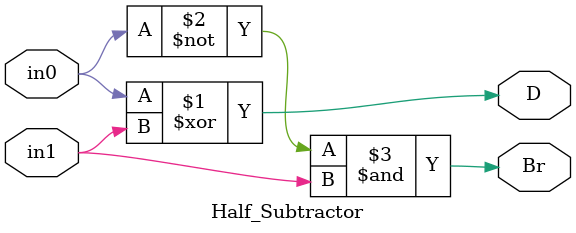
<source format=v>
`timescale 1ns / 1ps


module Half_Subtractor(
    Br, 
    D,
    in0, 
    in1
    );
    
    output Br;
    output D;
    input in0;
    input in1;
    
    assign D = in0 ^ in1;
    assign Br = ~in0 & in1;
endmodule

</source>
